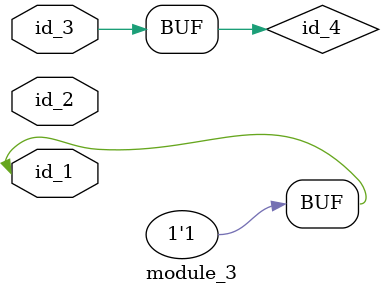
<source format=v>
module module_0 (
    id_1
);
  inout wire id_1;
  if (id_1[1'b0]) assign id_1 = id_1;
  assign module_1.type_6 = 0;
endmodule
module module_1 (
    output wire id_0,
    output wire id_1
);
  parameter id_3 = id_3[-1 : 1];
  wire id_4;
  module_0 modCall_1 (id_3);
endmodule
module module_2;
  assign id_1 = -1;
  assign module_3.id_1 = 0;
endmodule
module module_3 (
    id_1,
    id_2,
    id_3
);
  inout wire id_3;
  inout wire id_2;
  inout wire id_1;
  reg id_4;
  wire id_5, id_6;
  assign id_1 = -1;
  always id_4 <= id_3;
  wire id_7;
  wire id_8;
  module_2 modCall_1 ();
endmodule

</source>
